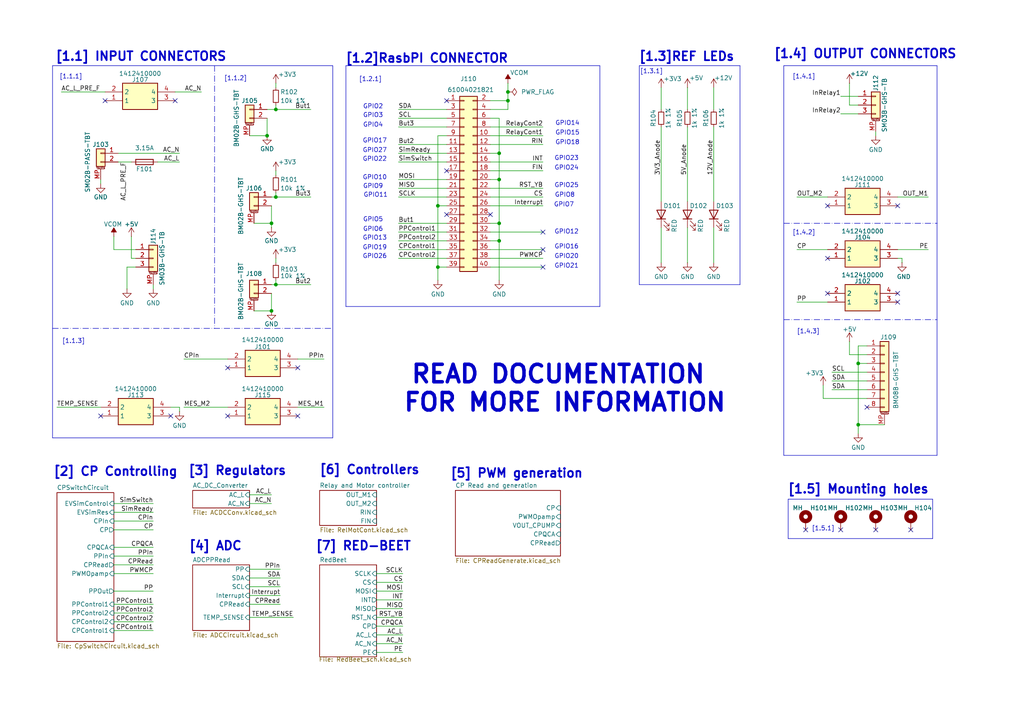
<source format=kicad_sch>
(kicad_sch (version 20231120) (generator "eeschema") (generator_version "8.0")
  (paper "A4")
  (title_block (title "SwitchSystemAddOn") (date "2024-07-25") (rev "3.3") (company "Gridlinx") (comment 1 "Kenan Kosack Henriksen"))
  (junction (at 78.74 90.17))
  (junction (at 144.78 64.77))
  (junction (at 77.47 39.37))
  (junction (at 248.92 123.19))
  (junction (at 127 59.69))
  (junction (at 78.74 64.77))
  (junction (at 147.32 26.67))
  (junction (at 147.32 29.21))
  (junction (at 248.92 105.41))
  (junction (at 144.78 52.07))
  (junction (at 144.78 44.45))
  (junction (at 80.01 82.55))
  (junction (at 127 77.47))
  (junction (at 144.78 69.85))
  (junction (at 80.01 57.15))
  (junction (at 80.01 31.75))
  (no_connect (at 240.03 85.09))
  (no_connect (at 49.53 120.65))
  (no_connect (at 260.35 59.69))
  (no_connect (at 142.24 62.23))
  (no_connect (at 66.04 106.68))
  (no_connect (at 260.35 85.09))
  (no_connect (at 157.48 72.39))
  (no_connect (at 129.54 49.53))
  (no_connect (at 86.36 120.65))
  (no_connect (at 30.48 29.21))
  (no_connect (at 264.16 153.67))
  (no_connect (at 129.54 29.21))
  (no_connect (at 157.48 77.47))
  (no_connect (at 251.46 118.11))
  (no_connect (at 243.84 153.67))
  (no_connect (at 233.68 153.67))
  (no_connect (at 240.03 74.93))
  (no_connect (at 157.48 67.31))
  (no_connect (at 260.35 87.63))
  (no_connect (at 129.54 62.23))
  (no_connect (at 240.03 59.69))
  (no_connect (at 29.21 120.65))
  (no_connect (at 66.04 120.65))
  (no_connect (at 254 153.67))
  (no_connect (at 50.8 29.21))
  (no_connect (at 86.36 106.68))
  (wire (pts (xy 142.24 29.21) (xy 147.32 29.21)))
  (wire (pts (xy 147.32 26.67) (xy 147.32 29.21)))
  (wire (pts (xy 241.3 110.49) (xy 251.46 110.49)))
  (wire (pts (xy 142.24 49.53) (xy 157.48 49.53)))
  (polyline (pts (xy 228.6 144.78) (xy 270.51 144.78)))
  (wire (pts (xy 248.92 105.41) (xy 248.92 123.19)))
  (wire (pts (xy 80.01 74.93) (xy 80.01 76.2)))
  (wire (pts (xy 52.07 118.11) (xy 52.07 119.38)))
  (wire (pts (xy 39.37 74.93) (xy 38.1 74.93)))
  (wire (pts (xy 144.78 81.28) (xy 144.78 69.85)))
  (wire (pts (xy 80.01 30.48) (xy 80.01 31.75)))
  (wire (pts (xy 80.01 49.53) (xy 80.01 50.8)))
  (wire (pts (xy 33.02 180.34) (xy 44.45 180.34)))
  (wire (pts (xy 115.57 72.39) (xy 129.54 72.39)))
  (wire (pts (xy 33.02 151.13) (xy 44.45 151.13)))
  (polyline (pts (xy 271.78 132.08) (xy 227.33 132.08)))
  (wire (pts (xy 73.66 64.77) (xy 78.74 64.77)))
  (wire (pts (xy 34.29 46.99) (xy 38.1 46.99)))
  (polyline (pts (xy 62.23 19.05) (xy 62.23 95.25)) (stroke (width 0) (type dash_dot)))
  (wire (pts (xy 80.01 55.88) (xy 80.01 57.15)))
  (wire (pts (xy 115.57 36.83) (xy 129.54 36.83)))
  (wire (pts (xy 248.92 123.19) (xy 256.54 123.19)))
  (wire (pts (xy 207.01 36.83) (xy 207.01 58.42)))
  (wire (pts (xy 109.22 186.69) (xy 116.84 186.69)))
  (wire (pts (xy 144.78 69.85) (xy 144.78 64.77)))
  (wire (pts (xy 44.45 161.29) (xy 33.02 161.29)))
  (polyline (pts (xy 114.3 19.05) (xy 173.99 19.05)))
  (wire (pts (xy 78.74 57.15) (xy 80.01 57.15)))
  (wire (pts (xy 248.92 100.33) (xy 248.92 105.41)))
  (wire (pts (xy 199.39 36.83) (xy 199.39 58.42)))
  (wire (pts (xy 36.83 77.47) (xy 36.83 83.82)))
  (wire (pts (xy 142.24 39.37) (xy 157.48 39.37)))
  (wire (pts (xy 115.57 52.07) (xy 129.54 52.07)))
  (wire (pts (xy 44.45 82.55) (xy 44.45 83.82)))
  (wire (pts (xy 142.24 59.69) (xy 157.48 59.69)))
  (wire (pts (xy 142.24 57.15) (xy 157.48 57.15)))
  (wire (pts (xy 142.24 41.91) (xy 157.48 41.91)))
  (polyline (pts (xy 96.52 127) (xy 96.52 19.05)))
  (wire (pts (xy 33.02 146.05) (xy 44.45 146.05)))
  (wire (pts (xy 109.22 171.45) (xy 116.84 171.45)))
  (wire (pts (xy 33.02 177.8) (xy 44.45 177.8)))
  (wire (pts (xy 199.39 66.04) (xy 199.39 76.2)))
  (wire (pts (xy 109.22 181.61) (xy 116.84 181.61)))
  (wire (pts (xy 115.57 34.29) (xy 129.54 34.29)))
  (wire (pts (xy 109.22 168.91) (xy 116.84 168.91)))
  (wire (pts (xy 33.02 182.88) (xy 44.45 182.88)))
  (wire (pts (xy 72.39 165.1) (xy 81.28 165.1)))
  (wire (pts (xy 77.47 31.75) (xy 80.01 31.75)))
  (wire (pts (xy 238.76 111.76) (xy 238.76 115.57)))
  (wire (pts (xy 78.74 64.77) (xy 78.74 66.04)))
  (wire (pts (xy 80.01 81.28) (xy 80.01 82.55)))
  (polyline (pts (xy 15.24 127) (xy 96.52 127)))
  (wire (pts (xy 17.78 26.67) (xy 30.48 26.67)))
  (wire (pts (xy 254 38.1) (xy 254 39.37)))
  (wire (pts (xy 72.39 39.37) (xy 77.47 39.37)))
  (wire (pts (xy 269.24 72.39) (xy 260.35 72.39)))
  (wire (pts (xy 248.92 105.41) (xy 251.46 105.41)))
  (wire (pts (xy 240.03 57.15) (xy 231.14 57.15)))
  (wire (pts (xy 115.57 46.99) (xy 129.54 46.99)))
  (wire (pts (xy 127 39.37) (xy 127 59.69)))
  (wire (pts (xy 142.24 36.83) (xy 157.48 36.83)))
  (polyline (pts (xy 271.78 64.77) (xy 271.78 132.08)))
  (wire (pts (xy 238.76 115.57) (xy 251.46 115.57)))
  (wire (pts (xy 109.22 189.23) (xy 116.84 189.23)))
  (wire (pts (xy 142.24 69.85) (xy 144.78 69.85)))
  (wire (pts (xy 33.02 153.67) (xy 44.45 153.67)))
  (wire (pts (xy 127 59.69) (xy 129.54 59.69)))
  (wire (pts (xy 115.57 54.61) (xy 129.54 54.61)))
  (wire (pts (xy 142.24 31.75) (xy 147.32 31.75)))
  (wire (pts (xy 142.24 52.07) (xy 144.78 52.07)))
  (polyline (pts (xy 185.42 19.05) (xy 185.42 82.55)))
  (wire (pts (xy 115.57 41.91) (xy 129.54 41.91)))
  (wire (pts (xy 78.74 64.77) (xy 78.74 59.69)))
  (wire (pts (xy 72.39 167.64) (xy 81.28 167.64)))
  (wire (pts (xy 251.46 102.87) (xy 246.38 102.87)))
  (wire (pts (xy 115.57 57.15) (xy 129.54 57.15)))
  (wire (pts (xy 251.46 100.33) (xy 248.92 100.33)))
  (wire (pts (xy 142.24 64.77) (xy 144.78 64.77)))
  (wire (pts (xy 29.21 53.34) (xy 29.21 52.07)))
  (wire (pts (xy 49.53 118.11) (xy 52.07 118.11)))
  (wire (pts (xy 142.24 67.31) (xy 157.48 67.31)))
  (polyline (pts (xy 227.33 92.71) (xy 271.78 92.71)) (stroke (width 0) (type dash_dot)))
  (polyline (pts (xy 185.42 82.55) (xy 214.63 82.55)))
  (wire (pts (xy 80.01 82.55) (xy 90.17 82.55)))
  (wire (pts (xy 80.01 31.75) (xy 90.17 31.75)))
  (wire (pts (xy 33.02 175.26) (xy 44.45 175.26)))
  (wire (pts (xy 80.01 57.15) (xy 90.17 57.15)))
  (wire (pts (xy 33.02 171.45) (xy 44.45 171.45)))
  (wire (pts (xy 115.57 44.45) (xy 129.54 44.45)))
  (wire (pts (xy 243.84 27.94) (xy 248.92 27.94)))
  (wire (pts (xy 127 77.47) (xy 127 81.28)))
  (polyline (pts (xy 173.99 88.9) (xy 173.99 19.05)))
  (wire (pts (xy 109.22 179.07) (xy 116.84 179.07)))
  (wire (pts (xy 142.24 44.45) (xy 144.78 44.45)))
  (wire (pts (xy 109.22 173.99) (xy 116.84 173.99)))
  (wire (pts (xy 261.62 74.93) (xy 260.35 74.93)))
  (wire (pts (xy 207.01 66.04) (xy 207.01 76.2)))
  (polyline (pts (xy 271.78 19.05) (xy 227.33 19.05)))
  (wire (pts (xy 142.24 77.47) (xy 157.48 77.47)))
  (wire (pts (xy 246.38 30.48) (xy 246.38 24.13)))
  (wire (pts (xy 33.02 68.58) (xy 33.02 72.39)))
  (wire (pts (xy 38.1 74.93) (xy 38.1 68.58)))
  (polyline (pts (xy 100.33 88.9) (xy 173.99 88.9)))
  (wire (pts (xy 78.74 82.55) (xy 80.01 82.55)))
  (wire (pts (xy 142.24 46.99) (xy 157.48 46.99)))
  (wire (pts (xy 147.32 24.13) (xy 147.32 26.67)))
  (wire (pts (xy 144.78 52.07) (xy 144.78 44.45)))
  (wire (pts (xy 115.57 64.77) (xy 129.54 64.77)))
  (wire (pts (xy 52.07 46.99) (xy 45.72 46.99)))
  (wire (pts (xy 77.47 39.37) (xy 77.47 34.29)))
  (wire (pts (xy 29.21 118.11) (xy 16.51 118.11)))
  (wire (pts (xy 44.45 166.37) (xy 33.02 166.37)))
  (wire (pts (xy 33.02 72.39) (xy 39.37 72.39)))
  (polyline (pts (xy 214.63 82.55) (xy 214.63 19.05)))
  (polyline (pts (xy 270.51 156.21) (xy 270.51 144.78)))
  (wire (pts (xy 36.83 77.47) (xy 39.37 77.47)))
  (polyline (pts (xy 271.78 64.77) (xy 271.78 19.05)))
  (wire (pts (xy 33.02 148.59) (xy 44.45 148.59)))
  (wire (pts (xy 50.8 26.67) (xy 58.42 26.67)))
  (wire (pts (xy 109.22 166.37) (xy 116.84 166.37)))
  (wire (pts (xy 207.01 25.4) (xy 207.01 31.75)))
  (polyline (pts (xy 227.33 132.08) (xy 227.33 64.77)))
  (wire (pts (xy 78.74 90.17) (xy 78.74 85.09)))
  (wire (pts (xy 231.14 72.39) (xy 240.03 72.39)))
  (wire (pts (xy 241.3 113.03) (xy 251.46 113.03)))
  (wire (pts (xy 86.36 118.11) (xy 93.98 118.11)))
  (wire (pts (xy 241.3 107.95) (xy 251.46 107.95)))
  (wire (pts (xy 109.22 184.15) (xy 116.84 184.15)))
  (wire (pts (xy 142.24 54.61) (xy 157.48 54.61)))
  (wire (pts (xy 191.77 36.83) (xy 191.77 58.42)))
  (wire (pts (xy 129.54 39.37) (xy 127 39.37)))
  (wire (pts (xy 52.07 44.45) (xy 34.29 44.45)))
  (polyline (pts (xy 227.33 19.05) (xy 227.33 64.77)))
  (polyline (pts (xy 15.24 19.05) (xy 15.24 127)))
  (polyline (pts (xy 185.42 19.05) (xy 214.63 19.05)))
  (wire (pts (xy 72.39 146.05) (xy 78.74 146.05)))
  (wire (pts (xy 80.01 24.13) (xy 80.01 25.4)))
  (wire (pts (xy 53.34 104.14) (xy 66.04 104.14)))
  (wire (pts (xy 73.66 90.17) (xy 78.74 90.17)))
  (polyline (pts (xy 100.33 19.05) (xy 114.3 19.05)))
  (wire (pts (xy 261.62 76.2) (xy 261.62 74.93)))
  (wire (pts (xy 246.38 102.87) (xy 246.38 99.06)))
  (wire (pts (xy 248.92 123.19) (xy 248.92 125.73)))
  (polyline (pts (xy 227.33 64.77) (xy 271.78 64.77)) (stroke (width 0) (type dash_dot)))
  (wire (pts (xy 115.57 31.75) (xy 129.54 31.75)))
  (wire (pts (xy 72.39 143.51) (xy 78.74 143.51)))
  (wire (pts (xy 231.14 87.63) (xy 240.03 87.63)))
  (wire (pts (xy 144.78 34.29) (xy 144.78 44.45)))
  (wire (pts (xy 115.57 74.93) (xy 129.54 74.93)))
  (wire (pts (xy 44.45 158.75) (xy 33.02 158.75)))
  (polyline (pts (xy 228.6 144.78) (xy 228.6 156.21)))
  (wire (pts (xy 93.98 104.14) (xy 86.36 104.14)))
  (wire (pts (xy 44.45 163.83) (xy 33.02 163.83)))
  (wire (pts (xy 144.78 64.77) (xy 144.78 52.07)))
  (wire (pts (xy 127 77.47) (xy 127 59.69)))
  (wire (pts (xy 243.84 33.02) (xy 248.92 33.02)))
  (wire (pts (xy 142.24 74.93) (xy 157.48 74.93)))
  (wire (pts (xy 191.77 25.4) (xy 191.77 31.75)))
  (wire (pts (xy 109.22 176.53) (xy 116.84 176.53)))
  (wire (pts (xy 72.39 175.26) (xy 81.28 175.26)))
  (wire (pts (xy 72.39 179.07) (xy 85.09 179.07)))
  (wire (pts (xy 142.24 34.29) (xy 144.78 34.29)))
  (wire (pts (xy 72.39 172.72) (xy 81.28 172.72)))
  (wire (pts (xy 199.39 25.4) (xy 199.39 31.75)))
  (wire (pts (xy 115.57 69.85) (xy 129.54 69.85)))
  (polyline (pts (xy 15.24 19.05) (xy 96.52 19.05)))
  (wire (pts (xy 142.24 72.39) (xy 157.48 72.39)))
  (wire (pts (xy 147.32 31.75) (xy 147.32 29.21)))
  (wire (pts (xy 129.54 77.47) (xy 127 77.47)))
  (wire (pts (xy 191.77 66.04) (xy 191.77 76.2)))
  (polyline (pts (xy 100.33 19.05) (xy 100.33 88.9)))
  (polyline (pts (xy 228.6 156.21) (xy 270.51 156.21)))
  (wire (pts (xy 115.57 67.31) (xy 129.54 67.31)))
  (wire (pts (xy 72.39 170.18) (xy 81.28 170.18)))
  (wire (pts (xy 248.92 30.48) (xy 246.38 30.48)))
  (polyline (pts (xy 15.24 95.25) (xy 96.52 95.25)) (stroke (width 0) (type dash_dot)))
  (wire (pts (xy 269.24 57.15) (xy 260.35 57.15)))
  (wire (pts (xy 53.34 118.11) (xy 66.04 118.11)))
  (text "GPIO6" (at 108.204 66.548 0) (effects (font (size 1.27 1.27))))
  (text "[1.3.1]" (at 188.976 20.828 0) (effects (font (size 1.27 1.27))))
  (text "[5] PWM generation" (at 149.86 137.414 0) (effects (font (size 2.54 2.54) (bold yes))))
  (text "[1.3]REF LEDs" (at 185.166 18.034 0) (effects (font (size 2.54 2.54) (thickness 0.508) (bold yes)) (justify left bottom)))
  (text "[1.4] OUTPUT CONNECTORS" (at 250.952 15.748 0) (effects (font (size 2.54 2.54) (bold yes))))
  (text "GPIO21" (at 164.338 77.216 0) (effects (font (size 1.27 1.27))))
  (text "GPIO13" (at 108.712 69.088 0) (effects (font (size 1.27 1.27))))
  (text "GPIO23" (at 164.338 45.974 0) (effects (font (size 1.27 1.27))))
  (text "GPIO18" (at 164.592 41.402 0) (effects (font (size 1.27 1.27))))
  (text "GPIO12" (at 164.338 67.31 0) (effects (font (size 1.27 1.27))))
  (text "[1.5.1]" (at 238.76 153.416 0) (effects (font (size 1.27 1.27))))
  (text "GPIO9" (at 108.204 54.102 0) (effects (font (size 1.27 1.27))))
  (text "GPIO5" (at 108.204 63.754 0) (effects (font (size 1.27 1.27))))
  (text "[7] RED-BEET" (at 105.41 158.496 0) (effects (font (size 2.54 2.54) (bold yes))))
  (text "GPIO3" (at 108.204 33.528 0) (effects (font (size 1.27 1.27))))
  (text "GPIO26" (at 108.712 74.422 0) (effects (font (size 1.27 1.27))))
  (text "[3] Regulators" (at 68.834 136.652 0) (effects (font (size 2.54 2.54) (thickness 0.508) (bold yes))))
  (text "[1.1.3]" (at 21.336 99.06 0) (effects (font (size 1.27 1.27))))
  (text "GPIO25" (at 164.338 53.848 0) (effects (font (size 1.27 1.27))))
  (text "GPIO7" (at 163.576 59.436 0) (effects (font (size 1.27 1.27))))
  (text "GPIO16" (at 164.338 71.628 0) (effects (font (size 1.27 1.27))))
  (text "[4] ADC" (at 62.484 158.496 0) (effects (font (size 2.54 2.54) (bold yes))))
  (text "GPIO8" (at 163.83 56.642 0) (effects (font (size 1.27 1.27))))
  (text "[1.1.2]" (at 68.326 22.86 0) (effects (font (size 1.27 1.27))))
  (text "GPIO24" (at 164.338 48.768 0) (effects (font (size 1.27 1.27))))
  (text "[6] Controllers" (at 107.188 136.398 0) (effects (font (size 2.54 2.54) (bold yes))))
  (text "READ DOCUMENTATION \nFOR MORE INFORMATION" (at 163.83 112.776 0) (effects (font (size 5.08 5.08) (bold yes))))
  (text "GPIO20" (at 164.338 74.422 0) (effects (font (size 1.27 1.27))))
  (text "GPIO14" (at 164.592 35.814 0) (effects (font (size 1.27 1.27))))
  (text "[1.2.1]" (at 107.442 23.114 0) (effects (font (size 1.27 1.27))))
  (text "GPIO17" (at 108.712 40.894 0) (effects (font (size 1.27 1.27))))
  (text "GPIO2" (at 108.204 30.988 0) (effects (font (size 1.27 1.27))))
  (text "GPIO4" (at 108.204 36.322 0) (effects (font (size 1.27 1.27))))
  (text "[1.4.1]" (at 233.172 22.352 0) (effects (font (size 1.27 1.27))))
  (text "GPIO15" (at 164.592 38.608 0) (effects (font (size 1.27 1.27))))
  (text "[1.1.1]" (at 20.574 22.352 0) (effects (font (size 1.27 1.27))))
  (text "GPIO19" (at 108.712 71.882 0) (effects (font (size 1.27 1.27))))
  (text "GPIO27" (at 108.712 43.688 0) (effects (font (size 1.27 1.27))))
  (text "GPIO10" (at 108.712 51.562 0) (effects (font (size 1.27 1.27))))
  (text "[1.5] Mounting holes" (at 228.346 143.51 0) (effects (font (size 2.54 2.54) (thickness 0.508) (bold yes)) (justify left bottom)))
  (text "[1.2]RasbPI CONNECTOR" (at 100.076 18.542 0) (effects (font (size 2.54 2.54) (thickness 0.508) (bold yes)) (justify left bottom)))
  (text "[1.1] INPUT CONNECTORS" (at 40.894 16.51 0) (effects (font (size 2.54 2.54) (thickness 0.508) (bold yes))))
  (text "[2] CP Controlling" (at 33.528 136.906 0) (effects (font (size 2.54 2.54) (thickness 0.508) (bold yes))))
  (text "[1.4.3]" (at 234.442 96.266 0) (effects (font (size 1.27 1.27))))
  (text "[1.4.2]" (at 233.172 67.564 0) (effects (font (size 1.27 1.27))))
  (text "GPIO11" (at 108.966 56.642 0) (effects (font (size 1.27 1.27))))
  (text "GPIO22" (at 108.712 46.228 0) (effects (font (size 1.27 1.27))))
  (label "AC_L_PRE_F" (at 17.78 26.67 0))
  (label "RIN" (at 157.48 41.91 180))
  (label "SCLK" (at 116.84 166.37 180))
  (label "But3" (at 115.57 36.83 0))
  (label "SimSwitch" (at 115.57 46.99 0))
  (label "12V_Anode" (at 207.01 50.8 90))
  (label "SimReady" (at 44.45 148.59 180))
  (label "RelayCont1" (at 157.48 39.37 180))
  (label "CP" (at 231.14 72.39 0))
  (label "But2" (at 90.17 82.55 180))
  (label "PPIn" (at 81.28 165.1 180))
  (label "5V_Anode" (at 199.39 50.8 90))
  (label "CPControl2" (at 115.57 74.93 0))
  (label "InRelay1" (at 243.84 27.94 180))
  (label "But2" (at 115.57 41.91 0))
  (label "MISO" (at 115.57 54.61 0))
  (label "SimSwitch" (at 44.45 146.05 180))
  (label "CPIn" (at 53.34 104.14 0))
  (label "TEMP_SENSE" (at 85.09 179.07 180))
  (label "CP" (at 44.45 153.67 180))
  (label "MOSI" (at 116.84 171.45 180))
  (label "CPRead" (at 81.28 175.26 180))
  (label "3V3_Anode" (at 191.77 50.8 90))
  (label "MISO" (at 116.84 176.53 180))
  (label "RST_YB" (at 157.48 54.61 180))
  (label "PPControl2" (at 115.57 69.85 0))
  (label "CPControl1" (at 44.45 182.88 180))
  (label "OUT_M1" (at 269.24 57.15 180))
  (label "INT" (at 116.84 173.99 180))
  (label "AC_N" (at 52.07 44.45 180))
  (label "MES_M2" (at 53.34 118.11 0))
  (label "PWMCP" (at 44.45 166.37 180))
  (label "AC_L" (at 116.84 184.15 180))
  (label "PE" (at 116.84 189.23 180))
  (label "SDA" (at 241.3 113.03 0))
  (label "CPQCA" (at 116.84 181.61 180))
  (label "SCL" (at 115.57 34.29 0))
  (label "PPControl1" (at 115.57 67.31 0))
  (label "PPControl2" (at 44.45 177.8 180))
  (label "InRelay2" (at 243.84 33.02 180))
  (label "TEMP_SENSE" (at 16.51 118.11 0))
  (label "PE" (at 269.24 72.39 180))
  (label "SDA" (at 115.57 31.75 0))
  (label "Interrupt" (at 157.48 59.69 180))
  (label "AC_L_PRE_F" (at 36.83 46.99 270))
  (label "FIN" (at 157.48 49.53 180))
  (label "SDA" (at 81.28 167.64 180))
  (label "AC_L" (at 78.74 143.51 180))
  (label "Interrupt" (at 81.28 172.72 180))
  (label "CPControl2" (at 44.45 180.34 180))
  (label "SCLK" (at 115.57 57.15 0))
  (label "CPRead" (at 44.45 163.83 180))
  (label "AC_N" (at 58.42 26.67 180))
  (label "But1" (at 115.57 64.77 0))
  (label "INT" (at 157.48 46.99 180))
  (label "RelayCont2" (at 157.48 36.83 180))
  (label "PPIn" (at 44.45 161.29 180))
  (label "PPIn" (at 93.98 104.14 180))
  (label "CPQCA" (at 44.45 158.75 180))
  (label "OUT_M2" (at 231.14 57.15 0))
  (label "SCL" (at 241.3 107.95 0))
  (label "CPControl1" (at 115.57 72.39 0))
  (label "PWMCP" (at 157.48 74.93 180))
  (label "PP" (at 231.14 87.63 0))
  (label "But1" (at 90.17 31.75 180))
  (label "SDA" (at 241.3 110.49 0))
  (label "AC_N" (at 116.84 186.69 180))
  (label "CPIn" (at 44.45 151.13 180))
  (label "SimReady" (at 115.57 44.45 0))
  (label "AC_N" (at 78.74 146.05 180))
  (label "AC_L" (at 52.07 46.99 180))
  (label "PP" (at 44.45 171.45 180))
  (label "CS" (at 157.48 57.15 180))
  (label "SCL" (at 81.28 170.18 180))
  (label "PPControl1" (at 44.45 175.26 180))
  (label "CS" (at 116.84 168.91 180))
  (label "MES_M1" (at 93.98 118.11 180))
  (label "MOSI" (at 115.57 52.07 0))
  (label "But3" (at 90.17 57.15 180))
  (label "RST_YB" (at 116.84 179.07 180))
  (symbol (lib_name "GND_1") (lib_id "power:GND") (at 261.62 76.2 0) (mirror y) (unit 1)
    (property "Reference" "#PWR0107" (effects (hide yes)))
    (property "Value" "GND" (at 262.128 80.264 0))
    (property "Description" "Power symbol creates a global label with name \"GND\" , ground" (effects (hide yes)))
  )
  (symbol (lib_name "GND_1") (lib_id "power:GND") (at 78.74 90.17 0) (unit 1)
    (property "Reference" "#PWR0110" (effects (hide yes)))
    (property "Value" "GND" (at 78.74 93.98 0))
    (property "Description" "Power symbol creates a global label with name \"GND\" , ground" (effects (hide yes)))
  )
  (symbol (lib_id "Connector_Generic_MountingPin:Conn_01x02_MountingPin") (at 73.66 82.55 0) (mirror y) (unit 1)
    (property "Reference" "J108" (at 73.66 79.375 0))
    (property "Value" "BM02B-GHS-TBT" (at 69.85 84.455 90))
    (property "Footprint" "Connector_JST:JST_GH_BM02B-GHS-TBT_1x02-1MP_P1.25mm_Vertical" (effects (hide yes)))
    (property "Description" "CONN HEADER SMD 2POS 1.25MM" (effects (hide yes)))
    (property "Supplier link" "https://www.digikey.dk/en/products/detail/jst-sales-america-inc/BM02B-GHS-TBT/807800" (effects (hide yes)))
    (property "Generic" "Yes" (effects (hide yes)))
    (property "Manufacturer_Name" "JST Sales America Inc." (effects (hide yes)))
    (property "Manufacturer_Part_Number" "BM02B-GHS-TBT" (effects (hide yes)))
  )
  (symbol (lib_id "Mechanical:MountingHole_Pad") (at 233.68 151.13 0) (unit 1)
    (property "Reference" "H101" (at 234.95 147.32 0) (effects (justify left)))
    (property "Value" "MH" (at 229.87 147.32 0) (effects (justify left)))
    (property "Footprint" "MountingHole:MountingHole_3.2mm_M3_Pad_Via" (effects (hide yes)))
    (property "Description" "~ " (effects (hide yes)))
    (property "Supplier link" "~ " (effects (hide yes)))
    (property "Generic" "~ " (effects (hide yes)))
    (property "Manufacturer_Name" "~ " (effects (hide yes)))
    (property "Manufacturer_Part_Number" "~ " (effects (hide yes)))
  )
  (symbol (lib_id "Device:LED") (at 191.77 62.23 90) (unit 1)
    (property "Reference" "D101" (at 192.405 59.69 90) (effects (justify right)))
    (property "Value" "RED" (at 195.58 63.5 0) (effects (justify right)))
    (property "Footprint" "LED_SMD:LED_0402_1005Metric" (effects (hide yes)))
    (property "Description" "CLEAR RED LED" (effects (hide yes)))
    (property "Supplier link" "https://www.digikey.dk/en/products/detail/liteon/LTST-C171KRKT/386801?s=N4IgTCBcDaIDIBUDKCC0BhAjAdkwaQCU8EQBdAXyA" (effects (hide yes)))
    (property "Generic" "Yes" (effects (hide yes)))
    (property "Manufacturer_Name" "Lite-On Inc." (effects (hide yes)))
    (property "Manufacturer_Part_Number" "LTST-C171KRKT" (effects (hide yes)))
  )
  (symbol (lib_id "1412410000:1412410000") (at 66.04 118.11 0) (unit 1)
    (property "Reference" "J115" (at 76.2 114.554 0))
    (property "Value" "1412410000" (at 76.2 112.776 0))
    (property "Footprint" "Footprints:1412410000" (effects (hide yes)))
    (property "Datasheet" "https://catalog.weidmueller.com/catalog/Start.do;jsessionid=2545CA0BAB23962A974316635BA0C98D?ObjectID=1412410000&page=Product" (effects (hide yes)))
    (property "Description" "Printed circuit board terminals, 3.50 mm, Number of poles: 2, 90, black, PUSH IN with actuator, Clamping range, max. [rated connection]: 1.5 mm, Tape" (effects (hide yes)))
    (property "Height" "9.65" (effects (hide yes)))
    (property "Manufacturer_Name" "Weidmuller" (effects (hide yes)))
    (property "Manufacturer_Part_Number" "1412410000" (effects (hide yes)))
    (property "Supplier link" "https://eu.mouser.com/ProductDetail/Weidmuller/1412410000?qs=WJDKaGZ8K%252B4z3kQbFrn6wA%3D%3D&srsltid=AfmBOorh66qWsfBgkePvDYKEEFYntbjig9Grx_b1HJBD9Gbuldz-YGFh" (effects (hide yes)))
    (property "Generic" "No" (effects (hide yes)))
  )
  (symbol (lib_id "Device:R_Small") (at 80.01 53.34 0) (unit 1)
    (property "Reference" "R101" (at 81.28 52.07 0) (effects (justify left)))
    (property "Value" "10k 1%" (at 81.28 54.61 0) (effects (justify left)))
    (property "Footprint" "Resistor_SMD:R_0402_1005Metric" (effects (hide yes)))
    (property "Description" "10K OHM 1% 1/16W 0402" (effects (hide yes)))
    (property "Supplier link" "~ " (effects (hide yes)))
    (property "Generic" "Yes" (effects (hide yes)))
    (property "Manufacturer_Name" "~ " (effects (hide yes)))
    (property "Manufacturer_Part_Number" "~ " (effects (hide yes)))
  )
  (symbol (lib_name "+12V_1") (lib_id "power:+12V") (at 246.38 24.13 0) (unit 1)
    (property "Reference" "#PWR0128" (effects (hide yes)))
    (property "Value" "+12V" (at 249.174 21.336 0))
    (property "Description" "Power symbol creates a global label with name \"+12V\"" (effects (hide yes)))
  )
  (symbol (lib_id "Connector_Generic:Conn_02x20_Odd_Even") (at 134.62 52.07 0) (unit 1)
    (property "Reference" "J110" (at 135.89 22.86 0))
    (property "Value" "61004021821" (at 136.525 26.035 0))
    (property "Footprint" "Connector_PinSocket_2.54mm:PinSocket_2x20_P2.54mm_Vertical_SMD" (effects (hide yes)))
    (property "Description" "WR-PHD 2.54 MM DUAL SMT SOCKET H" (effects (hide yes)))
    (property "Supplier link" "https://www.digikey.dk/en/products/detail/w%C3%BCrth-elektronik/61004021821/17737793?s=N4IgTCBcDaIGwEYAMSAsSwIByZAXQF8g" (effects (hide yes)))
    (property "Generic" "Yes" (effects (hide yes)))
    (property "Manufacturer_Name" "Würth Elektronik" (effects (hide yes)))
    (property "Manufacturer_Part_Number" "61004021821" (effects (hide yes)))
  )
  (symbol (lib_name "GND_1") (lib_id "power:GND") (at 254 39.37 0) (unit 1)
    (property "Reference" "#PWR0131" (effects (hide yes)))
    (property "Value" "GND" (at 254 43.434 0))
    (property "Description" "Power symbol creates a global label with name \"GND\" , ground" (effects (hide yes)))
  )
  (symbol (lib_id "Device:R_Small") (at 207.01 34.29 0) (mirror y) (unit 1)
    (property "Reference" "R106" (at 204.724 36.83 90) (effects (justify left)))
    (property "Value" "1k 1%" (at 209.296 37.338 90) (effects (justify left)))
    (property "Footprint" "Resistor_SMD:R_0402_1005Metric" (effects (hide yes)))
    (property "Description" "1K OHM 1% 1/16W 0402" (effects (hide yes)))
    (property "Supplier link" "~ " (effects (hide yes)))
    (property "Generic" "Yes" (effects (hide yes)))
    (property "Manufacturer_Name" "~ " (effects (hide yes)))
    (property "Manufacturer_Part_Number" "~ " (effects (hide yes)))
  )
  (symbol (lib_name "+5V_1") (lib_id "power:+5V") (at 246.38 99.06 0) (unit 1)
    (property "Reference" "#PWR0108" (effects (hide yes)))
    (property "Value" "+5V" (at 246.38 95.504 0))
    (property "Description" "Power symbol creates a global label with name \"+5V\"" (effects (hide yes)))
  )
  (symbol (lib_id "Device:R_Small") (at 191.77 34.29 0) (mirror y) (unit 1)
    (property "Reference" "R104" (at 189.484 36.83 90) (effects (justify left)))
    (property "Value" "1k 1%" (at 193.802 37.338 90) (effects (justify left)))
    (property "Footprint" "Resistor_SMD:R_0402_1005Metric" (effects (hide yes)))
    (property "Description" "1K OHM 1% 1/16W 0402" (effects (hide yes)))
    (property "Supplier link" "~ " (effects (hide yes)))
    (property "Generic" "Yes" (effects (hide yes)))
    (property "Manufacturer_Name" "~ " (effects (hide yes)))
    (property "Manufacturer_Part_Number" "~ " (effects (hide yes)))
  )
  (symbol (lib_id "Mechanical:MountingHole_Pad") (at 264.16 151.13 0) (unit 1)
    (property "Reference" "H104" (at 265.176 147.32 0) (effects (justify left)))
    (property "Value" "MH" (at 260.35 147.32 0) (effects (justify left)))
    (property "Footprint" "MountingHole:MountingHole_2.2mm_M2_Pad_TopOnly" (effects (hide yes)))
    (property "Description" "~ " (effects (hide yes)))
    (property "Supplier link" "~ " (effects (hide yes)))
    (property "Generic" "~ " (effects (hide yes)))
    (property "Manufacturer_Name" "~ " (effects (hide yes)))
    (property "Manufacturer_Part_Number" "~ " (effects (hide yes)))
  )
  (symbol (lib_name "+5V_1") (lib_id "power:+5V") (at 38.1 68.58 0) (unit 1)
    (property "Reference" "#PWR0137" (effects (hide yes)))
    (property "Value" "+5V" (at 38.1 65.024 0))
    (property "Description" "Power symbol creates a global label with name \"+5V\"" (effects (hide yes)))
  )
  (symbol (lib_id "power:+3V3") (at 191.77 25.4 0) (unit 1)
    (property "Reference" "#PWR0112" (effects (hide yes)))
    (property "Value" "+3V3" (at 195.072 22.86 0))
    (property "Description" "Power symbol creates a global label with name \"+3V3\"" (effects (hide yes)))
  )
  (symbol (lib_name "GND_1") (lib_id "power:GND") (at 52.07 119.38 0) (unit 1)
    (property "Reference" "#PWR0140" (effects (hide yes)))
    (property "Value" "GND" (at 52.07 123.444 0))
    (property "Description" "Power symbol creates a global label with name \"GND\" , ground" (effects (hide yes)))
  )
  (symbol (lib_id "power:+3V3") (at 80.01 24.13 0) (unit 1)
    (property "Reference" "#PWR0105" (effects (hide yes)))
    (property "Value" "+3V3" (at 83.312 21.59 0))
    (property "Description" "Power symbol creates a global label with name \"+3V3\"" (effects (hide yes)))
  )
  (symbol (lib_id "Device:R_Small") (at 80.01 78.74 0) (unit 1)
    (property "Reference" "R103" (at 81.28 78.105 0) (effects (justify left)))
    (property "Value" "10k 1%" (at 81.28 80.01 0) (effects (justify left)))
    (property "Footprint" "Resistor_SMD:R_0402_1005Metric" (effects (hide yes)))
    (property "Description" "10K OHM 1% 1/16W 0402" (effects (hide yes)))
    (property "Supplier link" "~ " (effects (hide yes)))
    (property "Generic" "Yes" (effects (hide yes)))
    (property "Manufacturer_Name" "~ " (effects (hide yes)))
    (property "Manufacturer_Part_Number" "~ " (effects (hide yes)))
  )
  (symbol (lib_id "Connector_Generic_MountingPin:Conn_01x08_MountingPin") (at 256.54 107.95 0) (unit 1)
    (property "Reference" "J109" (at 255.27 97.79 0) (effects (justify left)))
    (property "Value" "BM08B-GHS-TBT" (at 259.842 118.618 90) (effects (justify left)))
    (property "Footprint" "Connector_JST:JST_GH_BM08B-GHS-TBT_1x08-1MP_P1.25mm_Vertical" (effects (hide yes)))
    (property "Description" "CONN HEADER SMD 8POS 1.25MM" (effects (hide yes)))
    (property "Supplier link" "https://www.digikey.dk/en/products/detail/jst-sales-america-inc/BM08B-GHS-TBT/807806?s=N4IgTCBcDaIEIFkAMAOOBaA4gCQMroBU4CQBdAXyA" (effects (hide yes)))
    (property "Manufacturer_Name" "JST Sales America Inc." (effects (hide yes)))
    (property "Manufacturer_Part_Number" "BM08B-GHS-TBT" (effects (hide yes)))
    (property "Generic" "Yes" (effects (hide yes)))
  )
  (symbol (lib_name "GND_1") (lib_id "power:GND") (at 29.21 53.34 0) (unit 1)
    (property "Reference" "#PWR0101" (effects (hide yes)))
    (property "Value" "GND" (at 29.21 57.15 0))
    (property "Description" "Power symbol creates a global label with name \"GND\" , ground" (effects (hide yes)))
  )
  (symbol (lib_id "Device:R_Small") (at 80.01 27.94 0) (unit 1)
    (property "Reference" "R102" (at 81.28 26.67 0) (effects (justify left)))
    (property "Value" "10k 1%" (at 81.28 29.21 0) (effects (justify left)))
    (property "Footprint" "Resistor_SMD:R_0402_1005Metric" (effects (hide yes)))
    (property "Description" "10K OHM 1% 1/16W 0402" (effects (hide yes)))
    (property "Supplier link" "~ " (effects (hide yes)))
    (property "Generic" "Yes" (effects (hide yes)))
    (property "Manufacturer_Name" "~ " (effects (hide yes)))
    (property "Manufacturer_Part_Number" "~ " (effects (hide yes)))
  )
  (symbol (lib_id "power:+3V3") (at 80.01 74.93 0) (unit 1)
    (property "Reference" "#PWR0111" (effects (hide yes)))
    (property "Value" "+3V3" (at 83.312 72.39 0))
    (property "Description" "Power symbol creates a global label with name \"+3V3\"" (effects (hide yes)))
  )
  (symbol (lib_id "Connector_Generic_MountingPin:Conn_01x03_MountingPin") (at 44.45 74.93 0) (unit 1)
    (property "Reference" "J114" (at 44.45 68.58 90))
    (property "Value" "SM03B-GHS-TB" (at 46.99 74.93 90))
    (property "Footprint" "Connector_JST:JST_GH_SM03B-GHS-TB_1x03-1MP_P1.25mm_Horizontal" (effects (hide yes)))
    (property "Description" "CONN HEADER SMD R/A 3POS 1.25MM" (effects (hide yes)))
    (property "Supplier link" "https://www.digikey.dk/en/products/detail/jst-sales-america-inc/sm03b-ghs-tb/807787" (effects (hide yes)))
    (property "Manufacturer_Name" "JST Sales America Inc." (effects (hide yes)))
    (property "Manufacturer_Part_Number" "SM03B-GHS-TB" (effects (hide yes)))
    (property "Generic" "Yes" (effects (hide yes)))
  )
  (symbol (lib_id "power:+3V3") (at 80.01 49.53 0) (unit 1)
    (property "Reference" "#PWR0104" (effects (hide yes)))
    (property "Value" "+3V3" (at 83.312 46.99 0))
    (property "Description" "Power symbol creates a global label with name \"+3V3\"" (effects (hide yes)))
  )
  (symbol (lib_id "Device:Fuse") (at 41.91 46.99 90) (unit 1)
    (property "Reference" "F101" (at 41.91 49.022 90))
    (property "Value" "3.15A" (at 41.91 42.926 90))
    (property "Footprint" "SS-5H-3.15A-APH:SS5H315AAPH" (effects (hide yes)))
    (property "Description" "FUSE BRD MNT 3.15A 300VAC RADIAL" (effects (hide yes)))
    (property "Supplier link" "https://www.digikey.dk/en/products/detail/eaton-electronics-division/SS-5H-3-15A-APH/3719665?s=N4IgTCBcDaIMpwLQFYASiDMA6AjMggovgAqogC6AvkA" (effects (hide yes)))
    (property "Generic" "No" (effects (hide yes)))
    (property "Manufacturer_Name" "Eaton - Electronics Division" (effects (hide yes)))
    (property "Manufacturer_Part_Number" "SS-5H-3.15A-APH" (effects (hide yes)))
  )
  (symbol (lib_id "power:VCOM") (at 147.32 24.13 0) (unit 1)
    (property "Reference" "#PWR0123" (effects (hide yes)))
    (property "Value" "VCOM" (at 150.622 21.082 0))
    (property "Description" "Power symbol creates a global label with name \"VCOM\"" (effects (hide yes)))
  )
  (symbol (lib_name "GND_1") (lib_id "power:GND") (at 248.92 125.73 0) (unit 1)
    (property "Reference" "#PWR0109" (effects (hide yes)))
    (property "Value" "GND" (at 248.92 129.794 0))
    (property "Description" "Power symbol creates a global label with name \"GND\" , ground" (effects (hide yes)))
  )
  (symbol (lib_id "Device:R_Small") (at 199.39 34.29 0) (mirror y) (unit 1)
    (property "Reference" "R105" (at 197.104 36.83 90) (effects (justify left)))
    (property "Value" "1k 1%" (at 201.422 37.338 90) (effects (justify left)))
    (property "Footprint" "Resistor_SMD:R_0402_1005Metric" (effects (hide yes)))
    (property "Description" "1K OHM 1% 1/16W 0402" (effects (hide yes)))
    (property "Supplier link" "~ " (effects (hide yes)))
    (property "Generic" "Yes" (effects (hide yes)))
    (property "Manufacturer_Name" "~ " (effects (hide yes)))
    (property "Manufacturer_Part_Number" "~ " (effects (hide yes)))
  )
  (symbol (lib_id "Connector_Generic_MountingPin:Conn_01x02_MountingPin") (at 29.21 44.45 0) (mirror y) (unit 1)
    (property "Reference" "J103" (at 29.21 41.91 0))
    (property "Value" "SM02B-PASS-TBT" (at 25.4 46.99 90))
    (property "Footprint" "Footprints:JST_SM02B-PASS-TBT_LF__SN_" (effects (hide yes)))
    (property "Description" "CONN HEADER SMD R/A 2POS 2MM" (effects (hide yes)))
    (property "Supplier link" "https://www.digikey.dk/en/products/detail/jst-sales-america-inc/sm02b-pass-tbt/1788574" (effects (hide yes)))
    (property "Generic" "Yes" (effects (hide yes)))
    (property "Manufacturer_Name" "JST Sales America Inc." (effects (hide yes)))
    (property "Manufacturer_Part_Number" "SM02B-PASS-TBT" (effects (hide yes)))
  )
  (symbol (lib_id "1412410000:1412410000") (at 29.21 118.11 0) (unit 1)
    (property "Reference" "J113" (at 39.37 114.554 0))
    (property "Value" "1412410000" (at 39.37 112.776 0))
    (property "Footprint" "Footprints:1412410000" (effects (hide yes)))
    (property "Datasheet" "https://catalog.weidmueller.com/catalog/Start.do;jsessionid=2545CA0BAB23962A974316635BA0C98D?ObjectID=1412410000&page=Product" (effects (hide yes)))
    (property "Description" "Printed circuit board terminals, 3.50 mm, Number of poles: 2, 90, black, PUSH IN with actuator, Clamping range, max. [rated connection]: 1.5 mm, Tape" (effects (hide yes)))
    (property "Height" "9.65" (effects (hide yes)))
    (property "Manufacturer_Name" "Weidmuller" (effects (hide yes)))
    (property "Manufacturer_Part_Number" "1412410000" (effects (hide yes)))
    (property "Supplier link" "https://eu.mouser.com/ProductDetail/Weidmuller/1412410000?qs=WJDKaGZ8K%252B4z3kQbFrn6wA%3D%3D&srsltid=AfmBOorh66qWsfBgkePvDYKEEFYntbjig9Grx_b1HJBD9Gbuldz-YGFh" (effects (hide yes)))
    (property "Generic" "No" (effects (hide yes)))
  )
  (symbol (lib_id "1412410000:1412410000") (at 240.03 57.15 0) (unit 1)
    (property "Reference" "J111" (at 250.19 53.594 0))
    (property "Value" "1412410000" (at 250.19 51.816 0))
    (property "Footprint" "Footprints:1412410000" (effects (hide yes)))
    (property "Datasheet" "https://catalog.weidmueller.com/catalog/Start.do;jsessionid=2545CA0BAB23962A974316635BA0C98D?ObjectID=1412410000&page=Product" (effects (hide yes)))
    (property "Description" "Printed circuit board terminals, 3.50 mm, Number of poles: 2, 90, black, PUSH IN with actuator, Clamping range, max. [rated connection]: 1.5 mm, Tape" (effects (hide yes)))
    (property "Height" "9.65" (effects (hide yes)))
    (property "Manufacturer_Name" "Weidmuller" (effects (hide yes)))
    (property "Manufacturer_Part_Number" "1412410000" (effects (hide yes)))
    (property "Supplier link" "https://eu.mouser.com/ProductDetail/Weidmuller/1412410000?qs=WJDKaGZ8K%252B4z3kQbFrn6wA%3D%3D&srsltid=AfmBOorh66qWsfBgkePvDYKEEFYntbjig9Grx_b1HJBD9Gbuldz-YGFh" (effects (hide yes)))
    (property "Generic" "No" (effects (hide yes)))
  )
  (symbol (lib_id "power:PWR_FLAG") (at 147.32 26.67 270) (unit 1)
    (property "Reference" "#FLG0101" (effects (hide yes)))
    (property "Value" "PWR_FLAG" (at 151.13 26.6699 90) (effects (justify left)))
    (property "Description" "Special symbol for telling ERC where power comes from" (effects (hide yes)))
  )
  (symbol (lib_id "power:+3V3") (at 238.76 111.76 0) (unit 1)
    (property "Reference" "#PWR0106" (effects (hide yes)))
    (property "Value" "+3V3" (at 236.22 108.204 0))
    (property "Description" "Power symbol creates a global label with name \"+3V3\"" (effects (hide yes)))
  )
  (symbol (lib_id "Mechanical:MountingHole_Pad") (at 243.84 151.13 0) (unit 1)
    (property "Reference" "H102" (at 245.11 147.32 0) (effects (justify left)))
    (property "Value" "MH" (at 240.03 147.32 0) (effects (justify left)))
    (property "Footprint" "MountingHole:MountingHole_3.2mm_M3_Pad_Via" (effects (hide yes)))
    (property "Description" "~ " (effects (hide yes)))
    (property "Supplier link" "~ " (effects (hide yes)))
    (property "Generic" "~ " (effects (hide yes)))
    (property "Manufacturer_Name" "~ " (effects (hide yes)))
    (property "Manufacturer_Part_Number" "~ " (effects (hide yes)))
  )
  (symbol (lib_name "GND_1") (lib_id "power:GND") (at 77.47 39.37 0) (unit 1)
    (property "Reference" "#PWR0102" (effects (hide yes)))
    (property "Value" "GND" (at 77.47 43.18 0))
    (property "Description" "Power symbol creates a global label with name \"GND\" , ground" (effects (hide yes)))
  )
  (symbol (lib_name "GND_1") (lib_id "power:GND") (at 191.77 76.2 0) (unit 1)
    (property "Reference" "#PWR0113" (effects (hide yes)))
    (property "Value" "GND" (at 191.77 80.264 0))
    (property "Description" "Power symbol creates a global label with name \"GND\" , ground" (effects (hide yes)))
  )
  (symbol (lib_name "GND_1") (lib_id "power:GND") (at 127 81.28 0) (unit 1)
    (property "Reference" "#PWR0119" (effects (hide yes)))
    (property "Value" "GND" (at 127 85.344 0))
    (property "Description" "Power symbol creates a global label with name \"GND\" , ground" (effects (hide yes)))
  )
  (symbol (lib_name "+12V_1") (lib_id "power:+12V") (at 207.01 25.4 0) (unit 1)
    (property "Reference" "#PWR0116" (effects (hide yes)))
    (property "Value" "+12V" (at 209.804 22.606 0))
    (property "Description" "Power symbol creates a global label with name \"+12V\"" (effects (hide yes)))
  )
  (symbol (lib_id "Connector_Generic_MountingPin:Conn_01x02_MountingPin") (at 72.39 31.75 0) (mirror y) (unit 1)
    (property "Reference" "J105" (at 72.39 29.21 0))
    (property "Value" "BM02B-GHS-TBT" (at 68.58 34.29 90))
    (property "Footprint" "Connector_JST:JST_GH_BM02B-GHS-TBT_1x02-1MP_P1.25mm_Vertical" (effects (hide yes)))
    (property "Description" "CONN HEADER SMD 2POS 1.25MM" (effects (hide yes)))
    (property "Supplier link" "https://www.digikey.dk/en/products/detail/jst-sales-america-inc/BM02B-GHS-TBT/807800" (effects (hide yes)))
    (property "Generic" "Yes" (effects (hide yes)))
    (property "Manufacturer_Name" "JST Sales America Inc." (effects (hide yes)))
    (property "Manufacturer_Part_Number" "BM02B-GHS-TBT" (effects (hide yes)))
  )
  (symbol (lib_name "GND_1") (lib_id "power:GND") (at 144.78 81.28 0) (unit 1)
    (property "Reference" "#PWR0121" (effects (hide yes)))
    (property "Value" "GND" (at 144.78 85.344 0))
    (property "Description" "Power symbol creates a global label with name \"GND\" , ground" (effects (hide yes)))
  )
  (symbol (lib_name "GND_1") (lib_id "power:GND") (at 78.74 66.04 0) (unit 1)
    (property "Reference" "#PWR0103" (effects (hide yes)))
    (property "Value" "GND" (at 78.74 69.85 0))
    (property "Description" "Power symbol creates a global label with name \"GND\" , ground" (effects (hide yes)))
  )
  (symbol (lib_id "1412410000:1412410000") (at 240.03 85.09 0) (unit 1)
    (property "Reference" "J102" (at 250.19 81.534 0))
    (property "Value" "1412410000" (at 250.19 79.756 0))
    (property "Footprint" "Footprints:1412410000" (effects (hide yes)))
    (property "Datasheet" "https://catalog.weidmueller.com/catalog/Start.do;jsessionid=2545CA0BAB23962A974316635BA0C98D?ObjectID=1412410000&page=Product" (effects (hide yes)))
    (property "Description" "Printed circuit board terminals, 3.50 mm, Number of poles: 2, 90, black, PUSH IN with actuator, Clamping range, max. [rated connection]: 1.5 mm, Tape" (effects (hide yes)))
    (property "Height" "9.65" (effects (hide yes)))
    (property "Manufacturer_Name" "Weidmuller" (effects (hide yes)))
    (property "Manufacturer_Part_Number" "1412410000" (effects (hide yes)))
    (property "Supplier link" "https://eu.mouser.com/ProductDetail/Weidmuller/1412410000?qs=WJDKaGZ8K%252B4z3kQbFrn6wA%3D%3D&srsltid=AfmBOorh66qWsfBgkePvDYKEEFYntbjig9Grx_b1HJBD9Gbuldz-YGFh" (effects (hide yes)))
    (property "Generic" "No" (effects (hide yes)))
  )
  (symbol (lib_name "+5V_2") (lib_id "power:+5V") (at 199.39 25.4 0) (unit 1)
    (property "Reference" "#PWR0114" (effects (hide yes)))
    (property "Value" "+5V" (at 201.93 22.606 0))
    (property "Description" "Power symbol creates a global label with name \"+5V\"" (effects (hide yes)))
  )
  (symbol (lib_id "1412410000:1412410000") (at 240.03 72.39 0) (unit 1)
    (property "Reference" "J104" (at 250.19 68.834 0))
    (property "Value" "1412410000" (at 250.19 67.056 0))
    (property "Footprint" "Footprints:1412410000" (effects (hide yes)))
    (property "Datasheet" "https://catalog.weidmueller.com/catalog/Start.do;jsessionid=2545CA0BAB23962A974316635BA0C98D?ObjectID=1412410000&page=Product" (effects (hide yes)))
    (property "Description" "Printed circuit board terminals, 3.50 mm, Number of poles: 2, 90, black, PUSH IN with actuator, Clamping range, max. [rated connection]: 1.5 mm, Tape" (effects (hide yes)))
    (property "Height" "9.65" (effects (hide yes)))
    (property "Manufacturer_Name" "Weidmuller" (effects (hide yes)))
    (property "Manufacturer_Part_Number" "1412410000" (effects (hide yes)))
    (property "Supplier link" "https://eu.mouser.com/ProductDetail/Weidmuller/1412410000?qs=WJDKaGZ8K%252B4z3kQbFrn6wA%3D%3D&srsltid=AfmBOorh66qWsfBgkePvDYKEEFYntbjig9Grx_b1HJBD9Gbuldz-YGFh" (effects (hide yes)))
    (property "Generic" "No" (effects (hide yes)))
  )
  (symbol (lib_name "GND_1") (lib_id "power:GND") (at 199.39 76.2 0) (unit 1)
    (property "Reference" "#PWR0115" (effects (hide yes)))
    (property "Value" "GND" (at 199.39 80.264 0))
    (property "Description" "Power symbol creates a global label with name \"GND\" , ground" (effects (hide yes)))
  )
  (symbol (lib_id "1412410000:1412410000") (at 30.48 26.67 0) (unit 1)
    (property "Reference" "J107" (at 40.64 23.114 0))
    (property "Value" "1412410000" (at 40.64 21.336 0))
    (property "Footprint" "Footprints:1412410000" (effects (hide yes)))
    (property "Datasheet" "https://catalog.weidmueller.com/catalog/Start.do;jsessionid=2545CA0BAB23962A974316635BA0C98D?ObjectID=1412410000&page=Product" (effects (hide yes)))
    (property "Description" "Printed circuit board terminals, 3.50 mm, Number of poles: 2, 90, black, PUSH IN with actuator, Clamping range, max. [rated connection]: 1.5 mm, Tape" (effects (hide yes)))
    (property "Height" "9.65" (effects (hide yes)))
    (property "Manufacturer_Name" "Weidmuller" (effects (hide yes)))
    (property "Manufacturer_Part_Number" "1412410000" (effects (hide yes)))
    (property "Supplier link" "https://eu.mouser.com/ProductDetail/Weidmuller/1412410000?qs=WJDKaGZ8K%252B4z3kQbFrn6wA%3D%3D&srsltid=AfmBOorh66qWsfBgkePvDYKEEFYntbjig9Grx_b1HJBD9Gbuldz-YGFh" (effects (hide yes)))
    (property "Generic" "No" (effects (hide yes)))
  )
  (symbol (lib_name "GND_1") (lib_id "power:GND") (at 36.83 83.82 0) (unit 1)
    (property "Reference" "#PWR0135" (effects (hide yes)))
    (property "Value" "GND" (at 36.83 87.884 0))
    (property "Description" "Power symbol creates a global label with name \"GND\" , ground" (effects (hide yes)))
  )
  (symbol (lib_name "GND_1") (lib_id "power:GND") (at 207.01 76.2 0) (unit 1)
    (property "Reference" "#PWR0117" (effects (hide yes)))
    (property "Value" "GND" (at 207.01 80.264 0))
    (property "Description" "Power symbol creates a global label with name \"GND\" , ground" (effects (hide yes)))
  )
  (symbol (lib_name "GND_1") (lib_id "power:GND") (at 44.45 83.82 0) (unit 1)
    (property "Reference" "#PWR0141" (effects (hide yes)))
    (property "Value" "GND" (at 44.45 87.884 0))
    (property "Description" "Power symbol creates a global label with name \"GND\" , ground" (effects (hide yes)))
  )
  (symbol (lib_id "Mechanical:MountingHole_Pad") (at 254 151.13 0) (unit 1)
    (property "Reference" "H103" (at 255.27 147.32 0) (effects (justify left)))
    (property "Value" "MH" (at 250.19 147.32 0) (effects (justify left)))
    (property "Footprint" "MountingHole:MountingHole_3.2mm_M3_Pad_Via" (effects (hide yes)))
    (property "Description" "~ " (effects (hide yes)))
    (property "Supplier link" "~ " (effects (hide yes)))
    (property "Generic" "~ " (effects (hide yes)))
    (property "Manufacturer_Name" "~ " (effects (hide yes)))
    (property "Manufacturer_Part_Number" "~ " (effects (hide yes)))
  )
  (symbol (lib_id "power:VCOM") (at 33.02 68.58 0) (unit 1)
    (property "Reference" "#PWR0134" (effects (hide yes)))
    (property "Value" "VCOM" (at 32.766 65.024 0))
    (property "Description" "Power symbol creates a global label with name \"VCOM\"" (effects (hide yes)))
  )
  (symbol (lib_id "Device:LED") (at 199.39 62.23 90) (unit 1)
    (property "Reference" "D102" (at 200.025 59.69 90) (effects (justify right)))
    (property "Value" "RED" (at 203.2 63.5 0) (effects (justify right)))
    (property "Footprint" "LED_SMD:LED_0402_1005Metric" (effects (hide yes)))
    (property "Description" "CLEAR RED LED" (effects (hide yes)))
    (property "Supplier link" "https://www.digikey.dk/en/products/detail/liteon/LTST-C171KRKT/386801?s=N4IgTCBcDaIDIBUDKCC0BhAjAdkwaQCU8EQBdAXyA" (effects (hide yes)))
    (property "Generic" "Yes" (effects (hide yes)))
    (property "Manufacturer_Name" "Lite-On Inc." (effects (hide yes)))
    (property "Manufacturer_Part_Number" "LTST-C171KRKT" (effects (hide yes)))
  )
  (symbol (lib_id "Connector_Generic_MountingPin:Conn_01x02_MountingPin") (at 73.66 57.15 0) (mirror y) (unit 1)
    (property "Reference" "J106" (at 73.66 54.61 0))
    (property "Value" "BM02B-GHS-TBT" (at 69.85 59.69 90))
    (property "Footprint" "Connector_JST:JST_GH_BM02B-GHS-TBT_1x02-1MP_P1.25mm_Vertical" (effects (hide yes)))
    (property "Description" "CONN HEADER SMD 2POS 1.25MM" (effects (hide yes)))
    (property "Supplier link" "https://www.digikey.dk/en/products/detail/jst-sales-america-inc/BM02B-GHS-TBT/807800" (effects (hide yes)))
    (property "Generic" "Yes" (effects (hide yes)))
    (property "Manufacturer_Name" "JST Sales America Inc." (effects (hide yes)))
    (property "Manufacturer_Part_Number" "BM02B-GHS-TBT" (effects (hide yes)))
  )
  (symbol (lib_id "1412410000:1412410000") (at 66.04 104.14 0) (unit 1)
    (property "Reference" "J101" (at 76.2 100.584 0))
    (property "Value" "1412410000" (at 76.2 98.552 0))
    (property "Footprint" "Footprints:1412410000" (effects (hide yes)))
    (property "Datasheet" "https://catalog.weidmueller.com/catalog/Start.do;jsessionid=2545CA0BAB23962A974316635BA0C98D?ObjectID=1412410000&page=Product" (effects (hide yes)))
    (property "Description" "Printed circuit board terminals, 3.50 mm, Number of poles: 2, 90, black, PUSH IN with actuator, Clamping range, max. [rated connection]: 1.5 mm, Tape" (effects (hide yes)))
    (property "Height" "9.65" (effects (hide yes)))
    (property "Manufacturer_Name" "Weidmuller" (effects (hide yes)))
    (property "Manufacturer_Part_Number" "1412410000" (effects (hide yes)))
    (property "Supplier link" "https://eu.mouser.com/ProductDetail/Weidmuller/1412410000?qs=WJDKaGZ8K%252B4z3kQbFrn6wA%3D%3D&srsltid=AfmBOorh66qWsfBgkePvDYKEEFYntbjig9Grx_b1HJBD9Gbuldz-YGFh" (effects (hide yes)))
    (property "Generic" "No" (effects (hide yes)))
  )
  (symbol (lib_id "Device:LED") (at 207.01 62.23 90) (unit 1)
    (property "Reference" "D103" (at 207.645 59.69 90) (effects (justify right)))
    (property "Value" "RED" (at 210.82 63.5 0) (effects (justify right)))
    (property "Footprint" "LED_SMD:LED_0402_1005Metric" (effects (hide yes)))
    (property "Description" "CLEAR RED LED" (effects (hide yes)))
    (property "Supplier link" "https://www.digikey.dk/en/products/detail/liteon/LTST-C171KRKT/386801?s=N4IgTCBcDaIDIBUDKCC0BhAjAdkwaQCU8EQBdAXyA" (effects (hide yes)))
    (property "Generic" "Yes" (effects (hide yes)))
    (property "Manufacturer_Name" "Lite-On Inc." (effects (hide yes)))
    (property "Manufacturer_Part_Number" "LTST-C171KRKT" (effects (hide yes)))
  )
  (symbol (lib_id "Connector_Generic_MountingPin:Conn_01x03_MountingPin") (at 254 30.48 0) (unit 1)
    (property "Reference" "J112" (at 254 24.13 90))
    (property "Value" "SM03B-GHS-TB" (at 256.54 30.48 90))
    (property "Footprint" "Connector_JST:JST_GH_SM03B-GHS-TB_1x03-1MP_P1.25mm_Horizontal" (effects (hide yes)))
    (property "Description" "CONN HEADER SMD R/A 3POS 1.25MM" (effects (hide yes)))
    (property "Supplier link" "https://www.digikey.dk/en/products/detail/jst-sales-america-inc/sm03b-ghs-tb/807787" (effects (hide yes)))
    (property "Manufacturer_Name" "JST Sales America Inc." (effects (hide yes)))
    (property "Manufacturer_Part_Number" "SM03B-GHS-TB" (effects (hide yes)))
    (property "Generic" "Yes" (effects (hide yes)))
  )
  (sheet (at 92.71 142.24) (size 16.51 10.16) (stroke (width 0.1524))
    (property "Sheetname" "Relay and Motor controller" (at 92.71 141.5284 0) (effects (justify left bottom)))
    (property "Sheetfile" "RelMotCont.kicad_sch" (at 92.71 152.9846 0) (effects (justify left top)))
    (pin "OUT_M1" input (at 109.22 143.51 0))
    (pin "OUT_M2" input (at 109.22 146.05 0))
    (pin "RIN" input (at 109.22 148.59 0))
    (pin "FIN" input (at 109.22 151.13 0))
  )
  (sheet (at 92.71 163.83) (size 16.51 26.67) (stroke (width 0.1524))
    (property "Sheetname" "RedBeet" (at 92.71 163.1184 0) (effects (justify left bottom)))
    (property "Sheetfile" "RedBeet_sch.kicad_sch" (at 92.456 190.5 0) (effects (justify left top)))
    (pin "AC_L" input (at 109.22 184.15 0))
    (pin "AC_N" input (at 109.22 186.69 0))
    (pin "CP" output (at 109.22 181.61 0))
    (pin "MISO" output (at 109.22 176.53 0))
    (pin "MOSI" input (at 109.22 171.45 0))
    (pin "CS" input (at 109.22 168.91 0))
    (pin "SCLK" input (at 109.22 166.37 0))
    (pin "INT" output (at 109.22 173.99 0))
    (pin "RST_N" input (at 109.22 179.07 0))
    (pin "PE" input (at 109.22 189.23 0))
  )
  (sheet (at 132.08 142.24) (size 30.48 19.05) (stroke (width 0.1524))
    (property "Sheetname" "CP Read and generation" (at 132.08 141.5284 0) (effects (justify left bottom)))
    (property "Sheetfile" "CPReadGenerate.kicad_sch" (at 132.08 161.8746 0) (effects (justify left top)))
    (pin "CP" input (at 162.56 147.32 0))
    (pin "PWMOpamp" input (at 162.56 149.86 0))
    (pin "VOUT_CPUMP" input (at 162.56 152.4 0))
    (pin "CPQCA" input (at 162.56 154.94 0))
    (pin "CPRead" output (at 162.56 157.48 0))
  )
  (sheet (at 55.88 142.24) (size 16.51 5.08) (stroke (width 0.1524))
    (property "Sheetname" "AC_DC_Converter" (at 55.88 141.5284 0) (effects (justify left bottom)))
    (property "Sheetfile" "ACDCConv.kicad_sch" (at 55.88 147.9046 0) (effects (justify left top)))
    (pin "AC_L" input (at 72.39 143.51 0))
    (pin "AC_N" input (at 72.39 146.05 0))
  )
  (sheet (at 16.51 142.875) (size 16.51 43.18) (stroke (width 0.1524))
    (property "Sheetname" "CPSwitchCircuit" (at 16.51 142.1634 0) (effects (justify left bottom)))
    (property "Sheetfile" "CpSwitchCircuit.kicad_sch" (at 16.51 186.6396 0) (effects (justify left top)))
    (pin "EVSimRes" input (at 33.02 148.59 0))
    (pin "CPIn" input (at 33.02 151.13 0))
    (pin "CP" output (at 33.02 153.67 0))
    (pin "EVSimControl" input (at 33.02 146.05 0))
    (pin "CPRead" output (at 33.02 163.83 0))
    (pin "PWMOpamp" input (at 33.02 166.37 0))
    (pin "CPQCA" input (at 33.02 158.75 0))
    (pin "PPOut" output (at 33.02 171.45 0))
    (pin "PPIn" input (at 33.02 161.29 0))
    (pin "PPControl1" input (at 33.02 175.26 0))
    (pin "CPControl1" input (at 33.02 182.88 0))
    (pin "CPControl2" input (at 33.02 180.34 0))
    (pin "PPControl2" input (at 33.02 177.8 0))
  )
  (sheet (at 55.88 163.83) (size 16.51 19.05) (stroke (width 0.1524))
    (property "Sheetname" "ADCPPRead" (at 55.88 163.1184 0) (effects (justify left bottom)))
    (property "Sheetfile" "ADCCircuit.kicad_sch" (at 55.88 183.4646 0) (effects (justify left top)))
    (pin "PP" input (at 72.39 165.1 0))
    (pin "SDA" input (at 72.39 167.64 0))
    (pin "SCL" input (at 72.39 170.18 0))
    (pin "Interrupt" input (at 72.39 172.72 0))
    (pin "CPRead" input (at 72.39 175.26 0))
    (pin "TEMP_SENSE" input (at 72.39 179.07 0))
  )
)
</source>
